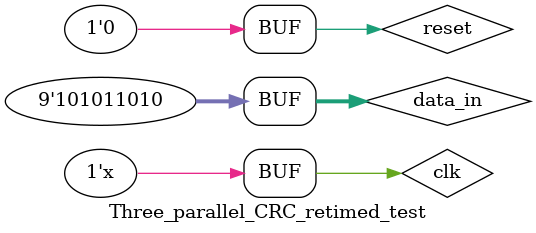
<source format=v>
`timescale 1ns / 1ps


//Verilog testbench code for generator polynomial 1+y+y8+y9 with 3 level unfolding and retimed

module Three_parallel_CRC_retimed_test;

	// Inputs
	reg clk;
	reg reset;
	reg [8:0] data_in;

	// Outputs
	wire [8:0] data_out;

	// Instantiate the Unit Under Test (UUT)
	Three_parallel_CRC_retimed uut (
		.clk(clk), 
		.reset(reset), 
		.data_in(data_in), 
		.data_out(data_out)
	);

	initial begin
		
		clk = 0;
		reset = 1;
		//data_in = 10'b1100000011;
		data_in = 9'b101011010;
		//data_in = 10'b1011001011;
		#1
		reset = 0;
	
		


	end
      
		always #1 clk = ~clk;
      
endmodule


</source>
